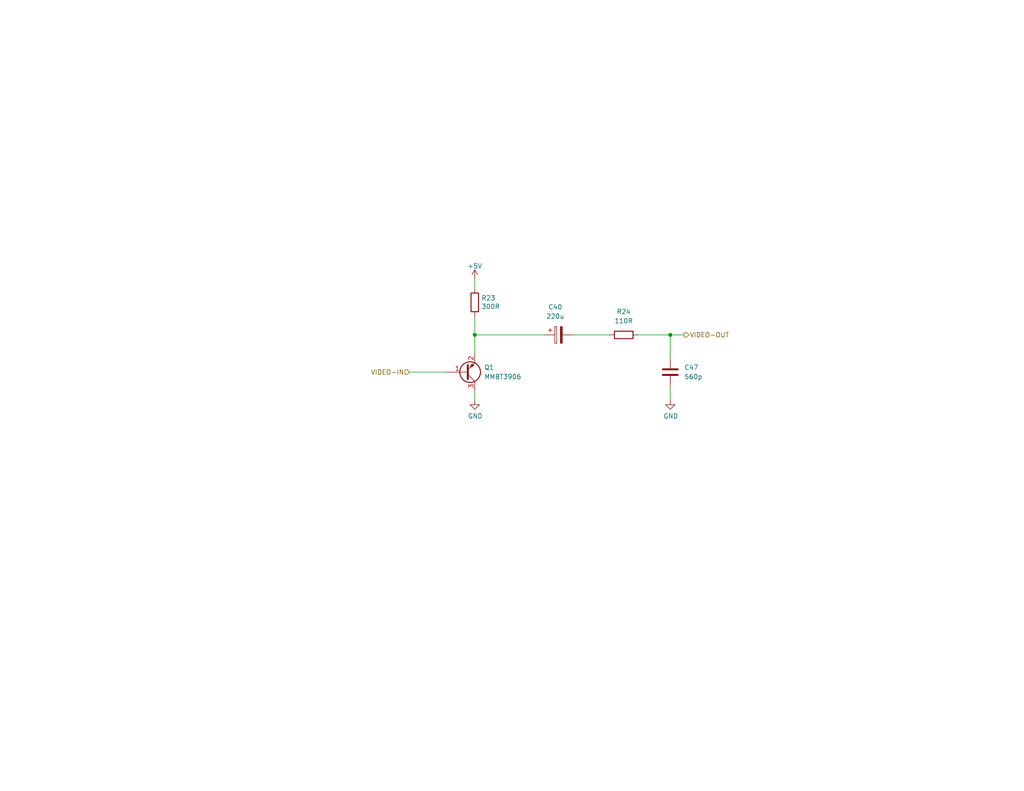
<source format=kicad_sch>
(kicad_sch (version 20211123) (generator eeschema)
  (paper "A")
  (title_block (title "InGame-NES MMC3") (date "2022-06-03") (rev "1") (company "Late to the Game"))
  (lib_symbols
    (symbol "00Custom:THS7374" (pin_names (offset 1.016))
      (property "Reference" "U" (at -10.16 15.24 0))
      (property "Value" "00Custom_THS7374" (at -12.7 -22.86 0))
      (symbol "THS7374_0_1"
        (rectangle (start -12.7 10.16) (end 12.7 -17.78) (fill (type background)))
      )
      (symbol "THS7374_1_1"
        (pin input line (at -17.78 7.62 0) (length 5.08) (name "CH1_IN") (number "1"))
        (pin power_in line (at 0 15.24 270) (length 5.08) (name "VS+") (number "10"))
        (pin output line (at 17.78 -7.62 180) (length 5.08) (name "CH4_OUT") (number "11"))
        (pin output line (at 17.78 -2.54 180) (length 5.08) (name "CH3_OUT") (number "12"))
        (pin output line (at 17.78 2.54 180) (length 5.08) (name "CH2_OUT") (number "13"))
        (pin output line (at 17.78 7.62 180) (length 5.08) (name "CH1_OUT") (number "14"))
        (pin input line (at -17.78 2.54 0) (length 5.08) (name "CH2_IN") (number "2"))
        (pin input line (at -17.78 -2.54 0) (length 5.08) (name "CH3_IN") (number "3"))
        (pin input line (at -17.78 -7.62 0) (length 5.08) (name "CH4_IN") (number "4"))
        (pin power_in line (at 0 -22.86 90) (length 5.08) (name "GND") (number "5"))
        (pin input line (at -17.78 -12.7 0) (length 5.08) (name "DISABLE") (number "6"))
        (pin no_connect line (at 15.24 -15.24 180) (length 2.54) (name "NC") (number "7"))
        (pin no_connect line (at 15.24 -12.7 180) (length 2.54) (name "NC") (number "8"))
        (pin input line (at -17.78 -15.24 0) (length 5.08) (name "BYPASS") (number "9"))
      )
    )
    (symbol "Device:C" (pin_numbers hide) (pin_names (offset 0.254))
      (property "Reference" "C" (at 0.635 2.54 0))
      (property "Value" "C" (at 0.635 -2.54 0))
      (symbol "C_0_1"
        (polyline (pts (xy -2.032 -0.762) (xy 2.032 -0.762)) (stroke (width 0.508)))
        (polyline (pts (xy -2.032 0.762) (xy 2.032 0.762)) (stroke (width 0.508)))
      )
      (symbol "C_1_1"
        (pin passive line (at 0 3.81 270) (length 2.794) (name "~") (number "1"))
        (pin passive line (at 0 -3.81 90) (length 2.794) (name "~") (number "2"))
      )
    )
    (symbol "Device:C_Polarized" (pin_numbers hide) (pin_names (offset 0.254))
      (property "Reference" "C" (at 0.635 2.54 0))
      (property "Value" "C_Polarized" (at 0.635 -2.54 0))
      (symbol "C_Polarized_0_1"
        (rectangle (start -2.286 0.508) (end 2.286 1.016))
        (polyline (pts (xy -1.778 2.286) (xy -0.762 2.286)))
        (polyline (pts (xy -1.27 2.794) (xy -1.27 1.778)))
        (rectangle (start 2.286 -0.508) (end -2.286 -1.016) (fill (type outline)))
      )
      (symbol "C_Polarized_1_1"
        (pin passive line (at 0 3.81 270) (length 2.794) (name "~") (number "1"))
        (pin passive line (at 0 -3.81 90) (length 2.794) (name "~") (number "2"))
      )
    )
    (symbol "Device:R" (pin_numbers hide) (pin_names (offset 0))
      (property "Reference" "R" (at 2.032 0 90))
      (property "Value" "R" (at 0 0 90))
      (symbol "R_0_1"
        (rectangle (start -1.016 -2.54) (end 1.016 2.54) (stroke (width 0.254)))
      )
      (symbol "R_1_1"
        (pin passive line (at 0 3.81 270) (length 1.27) (name "~") (number "1"))
        (pin passive line (at 0 -3.81 90) (length 1.27) (name "~") (number "2"))
      )
    )
    (symbol "Transistor_BJT:MMBT3906" (pin_names (offset 0) hide)
      (property "Reference" "Q" (at 5.08 1.905 0))
      (property "Value" "MMBT3906" (at 5.08 0 0))
      (symbol "MMBT3906_0_1"
        (polyline (pts (xy 0.635 0.635) (xy 2.54 2.54)))
        (polyline (pts (xy 0.635 -0.635) (xy 2.54 -2.54) (xy 2.54 -2.54)))
        (polyline (pts (xy 0.635 1.905) (xy 0.635 -1.905) (xy 0.635 -1.905)) (stroke (width 0.508)))
        (polyline (pts (xy 2.286 -1.778) (xy 1.778 -2.286) (xy 1.27 -1.27) (xy 2.286 -1.778) (xy 2.286 -1.778)) (fill (type outline)))
        (circle (center 1.27 0) (radius 2.8194) (stroke (width 0.254)))
      )
      (symbol "MMBT3906_1_1"
        (pin input line (at -5.08 0 0) (length 5.715) (name "B") (number "1"))
        (pin passive line (at 2.54 -5.08 90) (length 2.54) (name "E") (number "2"))
        (pin passive line (at 2.54 5.08 270) (length 2.54) (name "C") (number "3"))
      )
    )
    (symbol "power:+5V" (power) (pin_names (offset 0))
      (property "Value" "+5V" (at 0 3.556 0))
      (symbol "+5V_0_1"
        (polyline (pts (xy -0.762 1.27) (xy 0 2.54)))
        (polyline (pts (xy 0 0) (xy 0 2.54)))
        (polyline (pts (xy 0 2.54) (xy 0.762 1.27)))
      )
      (symbol "+5V_1_1"
        (pin power_in line (at 0 0 90) (length 0) hide (name "+5V") (number "1"))
      )
    )
    (symbol "power:GND" (power) (pin_names (offset 0))
      (property "Value" "GND" (at 0 -3.81 0))
      (symbol "GND_0_1"
        (polyline (pts (xy 0 0) (xy 0 -1.27) (xy 1.27 -1.27) (xy 0 -2.54) (xy -1.27 -1.27) (xy 0 -1.27)))
      )
      (symbol "GND_1_1"
        (pin power_in line (at 0 0 270) (length 0) hide (name "GND") (number "1"))
      )
    )
  )
  (junction (at 393.7 59.69))
  (junction (at 330.2 76.2))
  (junction (at 372.11 46.99))
  (junction (at 182.88 91.44))
  (junction (at 382.27 46.99))
  (junction (at 349.25 99.06))
  (junction (at 417.83 76.2))
  (junction (at 349.25 96.52))
  (junction (at 405.13 76.2))
  (junction (at 349.25 86.36))
  (junction (at 349.25 91.44))
  (junction (at 129.54 91.44))
  (no_connect (at 389.89 81.28))
  (no_connect (at 389.89 86.36))
  (no_connect (at 389.89 91.44))
  (wire (pts (xy 129.54 91.44) (xy 129.54 96.52)))
  (wire (pts (xy 182.88 105.41) (xy 182.88 109.22)))
  (wire (pts (xy 330.2 76.2) (xy 330.2 78.74)))
  (wire (pts (xy 372.11 109.22) (xy 372.11 106.68)))
  (wire (pts (xy 349.25 96.52) (xy 349.25 99.06)))
  (wire (pts (xy 389.89 76.2) (xy 394.97 76.2)))
  (wire (pts (xy 402.59 76.2) (xy 405.13 76.2)))
  (wire (pts (xy 354.33 99.06) (xy 349.25 99.06)))
  (wire (pts (xy 349.25 91.44) (xy 349.25 96.52)))
  (wire (pts (xy 354.33 86.36) (xy 349.25 86.36)))
  (wire (pts (xy 349.25 81.28) (xy 349.25 86.36)))
  (wire (pts (xy 393.7 59.69) (xy 393.7 58.42)))
  (wire (pts (xy 382.27 59.69) (xy 393.7 59.69)))
  (wire (pts (xy 405.13 64.77) (xy 405.13 76.2)))
  (wire (pts (xy 382.27 50.8) (xy 382.27 46.99)))
  (wire (pts (xy 129.54 86.36) (xy 129.54 91.44)))
  (wire (pts (xy 382.27 58.42) (xy 382.27 59.69)))
  (wire (pts (xy 354.33 91.44) (xy 349.25 91.44)))
  (wire (pts (xy 407.67 64.77) (xy 405.13 64.77)))
  (wire (pts (xy 354.33 96.52) (xy 349.25 96.52)))
  (wire (pts (xy 129.54 106.68) (xy 129.54 109.22)))
  (wire (pts (xy 330.2 88.9) (xy 330.2 86.36)))
  (wire (pts (xy 111.76 101.6) (xy 121.92 101.6)))
  (wire (pts (xy 156.21 91.44) (xy 166.37 91.44)))
  (wire (pts (xy 129.54 76.2) (xy 129.54 78.74)))
  (wire (pts (xy 330.2 76.2) (xy 325.12 76.2)))
  (wire (pts (xy 182.88 97.79) (xy 182.88 91.44)))
  (wire (pts (xy 393.7 50.8) (xy 393.7 46.99)))
  (wire (pts (xy 405.13 76.2) (xy 407.67 76.2)))
  (wire (pts (xy 417.83 76.2) (xy 415.29 76.2)))
  (wire (pts (xy 372.11 46.99) (xy 372.11 68.58)))
  (wire (pts (xy 349.25 86.36) (xy 349.25 91.44)))
  (wire (pts (xy 129.54 91.44) (xy 148.59 91.44)))
  (wire (pts (xy 354.33 76.2) (xy 345.44 76.2)))
  (wire (pts (xy 382.27 46.99) (xy 372.11 46.99)))
  (wire (pts (xy 349.25 99.06) (xy 349.25 104.14)))
  (wire (pts (xy 372.11 44.45) (xy 372.11 46.99)))
  (wire (pts (xy 417.83 64.77) (xy 417.83 76.2)))
  (wire (pts (xy 173.99 91.44) (xy 182.88 91.44)))
  (wire (pts (xy 182.88 91.44) (xy 186.69 91.44)))
  (wire (pts (xy 417.83 76.2) (xy 434.34 76.2)))
  (wire (pts (xy 337.82 76.2) (xy 330.2 76.2)))
  (wire (pts (xy 393.7 46.99) (xy 382.27 46.99)))
  (wire (pts (xy 393.7 62.23) (xy 393.7 59.69)))
  (wire (pts (xy 354.33 81.28) (xy 349.25 81.28)))
  (wire (pts (xy 415.29 64.77) (xy 417.83 64.77)))
  (text "75 ohm pull down too strong. Dark image." (at 294.64 100.33 0) (effects (font (size 1.27 1.27)) (justify left bottom)))
  (hierarchical_label "VIDEO-OUT" (shape output) (at 186.69 91.44 0))
  (hierarchical_label "VIDEO-IN" (shape input) (at 111.76 101.6 180))
  (symbol (lib_id "Device:C") (at 411.48 64.77 270) (unit 1)
    (property "Reference" "#C18" (at 411.48 58.3692 90))
    (property "Value" "100n" (at 411.48 60.6806 90))
    (property "Footprint" "Capacitor_SMD:C_0603_1608Metric_Pad1.08x0.95mm_HandSolder" (effects hide))
    (property "Description" "CAP CER 0.1UF 16V X7R 0603" (effects hide))
    (property "QOH" "10000" (effects hide))
  )
  (symbol (lib_id "power:+5V") (at 372.11 44.45 0) (unit 1)
    (property "Reference" "#PWR0228" (effects hide))
    (property "Value" "+5V" (at 372.11 40.894 0))
  )
  (symbol (lib_id "power:GND") (at 330.2 88.9 0) (unit 1)
    (property "Reference" "#PWR0187" (effects hide))
    (property "Value" "GND" (at 330.327 93.2942 0))
  )
  (symbol (lib_id "power:GND") (at 393.7 62.23 0) (unit 1)
    (property "Reference" "#PWR0188" (effects hide))
    (property "Value" "GND" (at 393.827 66.6242 0))
  )
  (symbol (lib_id "Device:C") (at 382.27 54.61 180) (unit 1)
    (property "Reference" "#C16" (at 385.191 53.4416 0) (effects (justify right)))
    (property "Value" "100n" (at 385.191 55.753 0) (effects (justify right)))
    (property "Footprint" "Capacitor_SMD:C_0603_1608Metric_Pad1.08x0.95mm_HandSolder" (effects hide))
    (property "Description" "CAP CER 0.1UF 16V X7R 0603" (effects hide))
    (property "QOH" "10000" (effects hide))
  )
  (symbol (lib_id "Device:C") (at 393.7 54.61 0) (unit 1)
    (property "Reference" "#C17" (at 396.6972 53.4416 0) (effects (justify left)))
    (property "Value" "10u" (at 396.6972 55.753 0) (effects (justify left)))
    (property "Footprint" "Capacitor_SMD:C_0805_2012Metric_Pad1.18x1.45mm_HandSolder" (effects hide))
    (property "Description" "CAP CER 10UF 10V X5R 0805" (effects hide))
    (property "Digikey" "399-4925-1-ND" (effects hide))
    (property "MPN" "C0805C106K8PACTU" (effects hide))
  )
  (symbol (lib_id "Device:R") (at 398.78 76.2 270) (unit 1)
    (property "Reference" "#R11" (at 398.78 70.9422 90))
    (property "Value" "75R" (at 398.78 73.2536 90))
    (property "Footprint" "Resistor_SMD:R_0603_1608Metric_Pad0.98x0.95mm_HandSolder" (effects hide))
    (property "Description" "RES 75 OHM" (effects hide))
  )
  (symbol (lib_id "Device:R") (at 330.2 82.55 0) (unit 1)
    (property "Reference" "#R10" (at 331.978 81.3816 0) (effects (justify left)))
    (property "Value" "75R" (at 331.978 83.693 0) (effects (justify left)))
    (property "Footprint" "Resistor_SMD:R_0603_1608Metric_Pad0.98x0.95mm_HandSolder" (effects hide))
    (property "Description" "RES 75 OHM" (effects hide))
  )
  (symbol (lib_id "Device:C_Polarized") (at 411.48 76.2 270) (unit 1)
    (property "Reference" "#C19" (at 411.48 69.723 90))
    (property "Value" "220u" (at 411.48 72.0344 90))
    (property "Footprint" "Capacitor_Tantalum_SMD:CP_EIA-7343-15_Kemet-W" (effects hide))
    (property "Description" "CAP TANT 220UF 10% 10V 2917" (effects hide))
    (property "Digikey" "718-1105-1-ND" (effects hide))
    (property "MPN" "593D227X9010D2TE3" (effects hide))
  )
  (symbol (lib_id "Device:C") (at 341.63 76.2 270) (unit 1)
    (property "Reference" "#C15" (at 341.63 69.7992 90))
    (property "Value" "100n" (at 341.63 72.1106 90))
    (property "Footprint" "Capacitor_SMD:C_0603_1608Metric_Pad1.08x0.95mm_HandSolder" (effects hide))
    (property "Description" "CAP CER 0.1UF 16V X7R 0603" (effects hide))
    (property "QOH" "10000" (effects hide))
  )
  (symbol (lib_id "power:GND") (at 349.25 104.14 0) (unit 1)
    (property "Reference" "#PWR0189" (effects hide))
    (property "Value" "GND" (at 349.377 108.5342 0))
  )
  (symbol (lib_id "power:GND") (at 372.11 109.22 0) (unit 1)
    (property "Reference" "#PWR0190" (effects hide))
    (property "Value" "GND" (at 372.237 113.6142 0))
  )
  (symbol (lib_id "00Custom:THS7374") (at 372.11 83.82 0) (unit 1)
    (property "Reference" "#U15" (at 372.11 63.9826 0))
    (property "Value" "THS7374" (at 372.11 66.294 0))
    (property "Footprint" "Package_SO:TSSOP-14_4.4x5mm_P0.65mm" (effects hide))
    (property "Datasheet" "http://www.ti.com/lit/gpn/ths7374" (effects hide))
    (property "Digikey" "296-41661-1-ND" (effects hide))
    (property "MPN" "THS7374IPWR" (effects hide))
    (property "Description" "IC AMP BUFFER 14TSSOP" (effects hide))
  )
  (symbol (lib_id "Device:R") (at 129.54 82.55 0) (unit 1)
    (property "Reference" "R23" (at 131.318 81.3816 0) (effects (justify left)))
    (property "Value" "300R" (at 131.318 83.693 0) (effects (justify left)))
    (property "Footprint" "Resistor_SMD:R_0603_1608Metric_Pad0.98x0.95mm_HandSolder" (effects hide))
  )
  (symbol (lib_id "Device:C_Polarized") (at 152.4 91.44 90) (mirror x) (unit 1)
    (property "Reference" "C40" (at 151.511 83.82 90))
    (property "Value" "220u" (at 151.511 86.36 90))
    (property "Footprint" "Capacitor_Tantalum_SMD:CP_EIA-7343-15_Kemet-W" (effects hide))
    (property "Description" "CAP TANT 220UF 10% 10V 2917" (effects hide))
  )
  (symbol (lib_id "Device:C") (at 182.88 101.6 0) (unit 1)
    (property "Reference" "C47" (at 186.69 100.3299 0) (effects (justify left)))
    (property "Value" "560p" (at 186.69 102.8699 0) (effects (justify left)))
    (property "Footprint" "Capacitor_SMD:C_0603_1608Metric_Pad1.08x0.95mm_HandSolder" (effects hide))
    (property "Description" "CAP CER 0.1UF 16V X7R 0603" (effects hide))
  )
  (symbol (lib_id "power:GND") (at 129.54 109.22 0) (unit 1)
    (property "Reference" "#PWR0184" (effects hide))
    (property "Value" "GND" (at 129.667 113.6142 0))
  )
  (symbol (lib_id "Transistor_BJT:MMBT3906") (at 127 101.6 0) (mirror x) (unit 1)
    (property "Reference" "Q1" (at 132.08 100.3299 0) (effects (justify left)))
    (property "Value" "MMBT3906" (at 132.08 102.8699 0) (effects (justify left)))
    (property "Footprint" "Package_TO_SOT_SMD:SOT-23" (effects hide))
    (property "Datasheet" "https://www.onsemi.com/pub/Collateral/2N3906-D.PDF" (effects hide))
    (property "Description" "TRANS PNP 40V 0.2A SOT23-3" (effects hide))
    (property "MPN" "MMBT3906" (effects hide))
  )
  (symbol (lib_id "power:+5V") (at 129.54 76.2 0) (unit 1)
    (property "Reference" "#PWR0178" (effects hide))
    (property "Value" "+5V" (at 129.54 72.644 0))
  )
  (symbol (lib_id "Device:R") (at 170.18 91.44 90) (unit 1)
    (property "Reference" "R24" (at 170.18 85.09 90))
    (property "Value" "110R" (at 170.18 87.63 90))
    (property "Footprint" "Resistor_SMD:R_0603_1608Metric_Pad0.98x0.95mm_HandSolder" (effects hide))
  )
  (symbol (lib_id "power:GND") (at 182.88 109.22 0) (unit 1)
    (property "Reference" "#PWR0182" (effects hide))
    (property "Value" "GND" (at 183.007 113.6142 0))
  )
)
</source>
